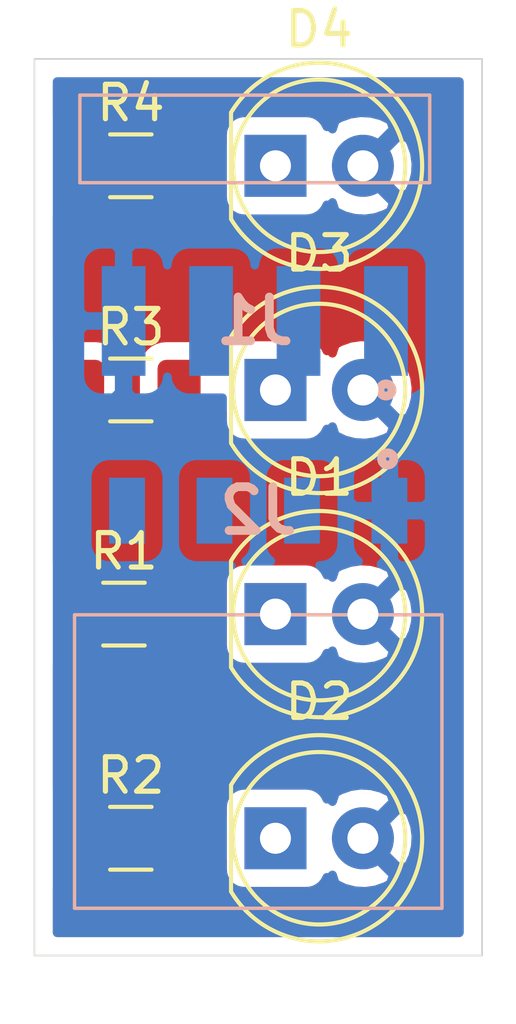
<source format=kicad_pcb>
(kicad_pcb (version 20171130) (host pcbnew "(5.1.6)-1")

  (general
    (thickness 1.6)
    (drawings 4)
    (tracks 0)
    (zones 0)
    (modules 10)
    (nets 7)
  )

  (page A4)
  (layers
    (0 F.Cu signal)
    (31 B.Cu signal)
    (32 B.Adhes user)
    (33 F.Adhes user)
    (34 B.Paste user)
    (35 F.Paste user)
    (36 B.SilkS user)
    (37 F.SilkS user)
    (38 B.Mask user)
    (39 F.Mask user)
    (40 Dwgs.User user)
    (41 Cmts.User user)
    (42 Eco1.User user)
    (43 Eco2.User user)
    (44 Edge.Cuts user)
    (45 Margin user)
    (46 B.CrtYd user)
    (47 F.CrtYd user)
    (48 B.Fab user)
    (49 F.Fab user)
  )

  (setup
    (last_trace_width 0.25)
    (trace_clearance 0.2)
    (zone_clearance 0.508)
    (zone_45_only no)
    (trace_min 0.2)
    (via_size 0.8)
    (via_drill 0.4)
    (via_min_size 0.4)
    (via_min_drill 0.3)
    (uvia_size 0.3)
    (uvia_drill 0.1)
    (uvias_allowed no)
    (uvia_min_size 0.2)
    (uvia_min_drill 0.1)
    (edge_width 0.05)
    (segment_width 0.2)
    (pcb_text_width 0.3)
    (pcb_text_size 1.5 1.5)
    (mod_edge_width 0.12)
    (mod_text_size 1 1)
    (mod_text_width 0.15)
    (pad_size 1.524 1.524)
    (pad_drill 0.762)
    (pad_to_mask_clearance 0.05)
    (aux_axis_origin 0 0)
    (visible_elements 7FFFFFFF)
    (pcbplotparams
      (layerselection 0x010fc_ffffffff)
      (usegerberextensions false)
      (usegerberattributes true)
      (usegerberadvancedattributes true)
      (creategerberjobfile true)
      (excludeedgelayer true)
      (linewidth 0.100000)
      (plotframeref false)
      (viasonmask false)
      (mode 1)
      (useauxorigin false)
      (hpglpennumber 1)
      (hpglpenspeed 20)
      (hpglpendiameter 15.000000)
      (psnegative false)
      (psa4output false)
      (plotreference true)
      (plotvalue true)
      (plotinvisibletext false)
      (padsonsilk false)
      (subtractmaskfromsilk false)
      (outputformat 1)
      (mirror false)
      (drillshape 1)
      (scaleselection 1)
      (outputdirectory ""))
  )

  (net 0 "")
  (net 1 GND)
  (net 2 +5V)
  (net 3 "Net-(D1-Pad1)")
  (net 4 "Net-(D2-Pad1)")
  (net 5 "Net-(D3-Pad1)")
  (net 6 "Net-(D4-Pad1)")

  (net_class Default "This is the default net class."
    (clearance 0.2)
    (trace_width 0.25)
    (via_dia 0.8)
    (via_drill 0.4)
    (uvia_dia 0.3)
    (uvia_drill 0.1)
    (add_net +5V)
    (add_net GND)
    (add_net "Net-(D1-Pad1)")
    (add_net "Net-(D2-Pad1)")
    (add_net "Net-(D3-Pad1)")
    (add_net "Net-(D4-Pad1)")
    (add_net "Net-(J1-Pad2)")
    (add_net "Net-(J1-Pad3)")
    (add_net "Net-(J2-Pad2)")
    (add_net "Net-(J2-Pad3)")
  )

  (module Resistor_SMD:R_1206_3216Metric (layer F.Cu) (tedit 5B301BBD) (tstamp 5FE97693)
    (at 142.8 -40.9)
    (descr "Resistor SMD 1206 (3216 Metric), square (rectangular) end terminal, IPC_7351 nominal, (Body size source: http://www.tortai-tech.com/upload/download/2011102023233369053.pdf), generated with kicad-footprint-generator")
    (tags resistor)
    (path /5FE9421C)
    (attr smd)
    (fp_text reference R4 (at 0 -1.82) (layer F.SilkS)
      (effects (font (size 1 1) (thickness 0.15)))
    )
    (fp_text value 100 (at 0 1.82) (layer F.Fab)
      (effects (font (size 1 1) (thickness 0.15)))
    )
    (fp_text user %R (at 0 0) (layer F.Fab)
      (effects (font (size 0.8 0.8) (thickness 0.12)))
    )
    (fp_line (start -1.6 0.8) (end -1.6 -0.8) (layer F.Fab) (width 0.1))
    (fp_line (start -1.6 -0.8) (end 1.6 -0.8) (layer F.Fab) (width 0.1))
    (fp_line (start 1.6 -0.8) (end 1.6 0.8) (layer F.Fab) (width 0.1))
    (fp_line (start 1.6 0.8) (end -1.6 0.8) (layer F.Fab) (width 0.1))
    (fp_line (start -0.602064 -0.91) (end 0.602064 -0.91) (layer F.SilkS) (width 0.12))
    (fp_line (start -0.602064 0.91) (end 0.602064 0.91) (layer F.SilkS) (width 0.12))
    (fp_line (start -2.28 1.12) (end -2.28 -1.12) (layer F.CrtYd) (width 0.05))
    (fp_line (start -2.28 -1.12) (end 2.28 -1.12) (layer F.CrtYd) (width 0.05))
    (fp_line (start 2.28 -1.12) (end 2.28 1.12) (layer F.CrtYd) (width 0.05))
    (fp_line (start 2.28 1.12) (end -2.28 1.12) (layer F.CrtYd) (width 0.05))
    (pad 2 smd roundrect (at 1.4 0) (size 1.25 1.75) (layers F.Cu F.Paste F.Mask) (roundrect_rratio 0.2)
      (net 6 "Net-(D4-Pad1)"))
    (pad 1 smd roundrect (at -1.4 0) (size 1.25 1.75) (layers F.Cu F.Paste F.Mask) (roundrect_rratio 0.2)
      (net 2 +5V))
    (model ${KISYS3DMOD}/Resistor_SMD.3dshapes/R_1206_3216Metric.wrl
      (at (xyz 0 0 0))
      (scale (xyz 1 1 1))
      (rotate (xyz 0 0 0))
    )
  )

  (module Resistor_SMD:R_1206_3216Metric (layer F.Cu) (tedit 5B301BBD) (tstamp 5FE9744C)
    (at 142.8 -34.4)
    (descr "Resistor SMD 1206 (3216 Metric), square (rectangular) end terminal, IPC_7351 nominal, (Body size source: http://www.tortai-tech.com/upload/download/2011102023233369053.pdf), generated with kicad-footprint-generator")
    (tags resistor)
    (path /5FE94115)
    (attr smd)
    (fp_text reference R3 (at 0 -1.82) (layer F.SilkS)
      (effects (font (size 1 1) (thickness 0.15)))
    )
    (fp_text value 100 (at 0 1.82) (layer F.Fab)
      (effects (font (size 1 1) (thickness 0.15)))
    )
    (fp_text user %R (at 0 0) (layer F.Fab)
      (effects (font (size 0.8 0.8) (thickness 0.12)))
    )
    (fp_line (start -1.6 0.8) (end -1.6 -0.8) (layer F.Fab) (width 0.1))
    (fp_line (start -1.6 -0.8) (end 1.6 -0.8) (layer F.Fab) (width 0.1))
    (fp_line (start 1.6 -0.8) (end 1.6 0.8) (layer F.Fab) (width 0.1))
    (fp_line (start 1.6 0.8) (end -1.6 0.8) (layer F.Fab) (width 0.1))
    (fp_line (start -0.602064 -0.91) (end 0.602064 -0.91) (layer F.SilkS) (width 0.12))
    (fp_line (start -0.602064 0.91) (end 0.602064 0.91) (layer F.SilkS) (width 0.12))
    (fp_line (start -2.28 1.12) (end -2.28 -1.12) (layer F.CrtYd) (width 0.05))
    (fp_line (start -2.28 -1.12) (end 2.28 -1.12) (layer F.CrtYd) (width 0.05))
    (fp_line (start 2.28 -1.12) (end 2.28 1.12) (layer F.CrtYd) (width 0.05))
    (fp_line (start 2.28 1.12) (end -2.28 1.12) (layer F.CrtYd) (width 0.05))
    (pad 2 smd roundrect (at 1.4 0) (size 1.25 1.75) (layers F.Cu F.Paste F.Mask) (roundrect_rratio 0.2)
      (net 5 "Net-(D3-Pad1)"))
    (pad 1 smd roundrect (at -1.4 0) (size 1.25 1.75) (layers F.Cu F.Paste F.Mask) (roundrect_rratio 0.2)
      (net 2 +5V))
    (model ${KISYS3DMOD}/Resistor_SMD.3dshapes/R_1206_3216Metric.wrl
      (at (xyz 0 0 0))
      (scale (xyz 1 1 1))
      (rotate (xyz 0 0 0))
    )
  )

  (module Resistor_SMD:R_1206_3216Metric (layer F.Cu) (tedit 5B301BBD) (tstamp 5FE973C8)
    (at 142.8 -21.4)
    (descr "Resistor SMD 1206 (3216 Metric), square (rectangular) end terminal, IPC_7351 nominal, (Body size source: http://www.tortai-tech.com/upload/download/2011102023233369053.pdf), generated with kicad-footprint-generator")
    (tags resistor)
    (path /5FE93F48)
    (attr smd)
    (fp_text reference R2 (at 0 -1.82) (layer F.SilkS)
      (effects (font (size 1 1) (thickness 0.15)))
    )
    (fp_text value 100 (at 0 1.82) (layer F.Fab)
      (effects (font (size 1 1) (thickness 0.15)))
    )
    (fp_text user %R (at 0 0) (layer F.Fab)
      (effects (font (size 0.8 0.8) (thickness 0.12)))
    )
    (fp_line (start -1.6 0.8) (end -1.6 -0.8) (layer F.Fab) (width 0.1))
    (fp_line (start -1.6 -0.8) (end 1.6 -0.8) (layer F.Fab) (width 0.1))
    (fp_line (start 1.6 -0.8) (end 1.6 0.8) (layer F.Fab) (width 0.1))
    (fp_line (start 1.6 0.8) (end -1.6 0.8) (layer F.Fab) (width 0.1))
    (fp_line (start -0.602064 -0.91) (end 0.602064 -0.91) (layer F.SilkS) (width 0.12))
    (fp_line (start -0.602064 0.91) (end 0.602064 0.91) (layer F.SilkS) (width 0.12))
    (fp_line (start -2.28 1.12) (end -2.28 -1.12) (layer F.CrtYd) (width 0.05))
    (fp_line (start -2.28 -1.12) (end 2.28 -1.12) (layer F.CrtYd) (width 0.05))
    (fp_line (start 2.28 -1.12) (end 2.28 1.12) (layer F.CrtYd) (width 0.05))
    (fp_line (start 2.28 1.12) (end -2.28 1.12) (layer F.CrtYd) (width 0.05))
    (pad 2 smd roundrect (at 1.4 0) (size 1.25 1.75) (layers F.Cu F.Paste F.Mask) (roundrect_rratio 0.2)
      (net 4 "Net-(D2-Pad1)"))
    (pad 1 smd roundrect (at -1.4 0) (size 1.25 1.75) (layers F.Cu F.Paste F.Mask) (roundrect_rratio 0.2)
      (net 2 +5V))
    (model ${KISYS3DMOD}/Resistor_SMD.3dshapes/R_1206_3216Metric.wrl
      (at (xyz 0 0 0))
      (scale (xyz 1 1 1))
      (rotate (xyz 0 0 0))
    )
  )

  (module Resistor_SMD:R_1206_3216Metric (layer F.Cu) (tedit 5B301BBD) (tstamp 5FE9755B)
    (at 142.6 -27.9)
    (descr "Resistor SMD 1206 (3216 Metric), square (rectangular) end terminal, IPC_7351 nominal, (Body size source: http://www.tortai-tech.com/upload/download/2011102023233369053.pdf), generated with kicad-footprint-generator")
    (tags resistor)
    (path /5FE93937)
    (attr smd)
    (fp_text reference R1 (at 0 -1.82) (layer F.SilkS)
      (effects (font (size 1 1) (thickness 0.15)))
    )
    (fp_text value 100 (at 0 1.82) (layer F.Fab)
      (effects (font (size 1 1) (thickness 0.15)))
    )
    (fp_text user %R (at 0 0) (layer F.Fab)
      (effects (font (size 0.8 0.8) (thickness 0.12)))
    )
    (fp_line (start -1.6 0.8) (end -1.6 -0.8) (layer F.Fab) (width 0.1))
    (fp_line (start -1.6 -0.8) (end 1.6 -0.8) (layer F.Fab) (width 0.1))
    (fp_line (start 1.6 -0.8) (end 1.6 0.8) (layer F.Fab) (width 0.1))
    (fp_line (start 1.6 0.8) (end -1.6 0.8) (layer F.Fab) (width 0.1))
    (fp_line (start -0.602064 -0.91) (end 0.602064 -0.91) (layer F.SilkS) (width 0.12))
    (fp_line (start -0.602064 0.91) (end 0.602064 0.91) (layer F.SilkS) (width 0.12))
    (fp_line (start -2.28 1.12) (end -2.28 -1.12) (layer F.CrtYd) (width 0.05))
    (fp_line (start -2.28 -1.12) (end 2.28 -1.12) (layer F.CrtYd) (width 0.05))
    (fp_line (start 2.28 -1.12) (end 2.28 1.12) (layer F.CrtYd) (width 0.05))
    (fp_line (start 2.28 1.12) (end -2.28 1.12) (layer F.CrtYd) (width 0.05))
    (pad 2 smd roundrect (at 1.4 0) (size 1.25 1.75) (layers F.Cu F.Paste F.Mask) (roundrect_rratio 0.2)
      (net 3 "Net-(D1-Pad1)"))
    (pad 1 smd roundrect (at -1.4 0) (size 1.25 1.75) (layers F.Cu F.Paste F.Mask) (roundrect_rratio 0.2)
      (net 2 +5V))
    (model ${KISYS3DMOD}/Resistor_SMD.3dshapes/R_1206_3216Metric.wrl
      (at (xyz 0 0 0))
      (scale (xyz 1 1 1))
      (rotate (xyz 0 0 0))
    )
  )

  (module SamacSys_Parts:SMH-104-02-XX-S (layer B.Cu) (tedit 5FE8F3CE) (tstamp 5FE96D5D)
    (at 146.5 -30.9 180)
    (descr SMH-104-02-XX-S)
    (tags Connector)
    (path /5FE92F60)
    (attr smd)
    (fp_text reference J2 (at 0 0) (layer B.SilkS)
      (effects (font (size 1.27 1.27) (thickness 0.254)) (justify mirror))
    )
    (fp_text value SMH-104-02-G-S (at 0 0) (layer B.SilkS) hide
      (effects (font (size 1.27 1.27) (thickness 0.254)) (justify mirror))
    )
    (fp_circle (center -3.76 1.5) (end -3.81 1.5) (layer B.SilkS) (width 0.254))
    (fp_line (start -6.535 -12.73) (end -6.535 2.6) (layer Dwgs.User) (width 0.05))
    (fp_line (start 6.535 -12.73) (end -6.535 -12.73) (layer Dwgs.User) (width 0.05))
    (fp_line (start 6.535 2.6) (end 6.535 -12.73) (layer Dwgs.User) (width 0.05))
    (fp_line (start -6.535 2.6) (end 6.535 2.6) (layer Dwgs.User) (width 0.05))
    (fp_line (start -5.335 -11.53) (end -5.335 -3.02) (layer B.SilkS) (width 0.1))
    (fp_line (start 5.335 -11.53) (end -5.335 -11.53) (layer B.SilkS) (width 0.1))
    (fp_line (start 5.335 -3.02) (end 5.335 -11.53) (layer B.SilkS) (width 0.1))
    (fp_line (start -5.335 -3.02) (end 5.335 -3.02) (layer B.SilkS) (width 0.1))
    (fp_line (start -5.335 -11.53) (end -5.335 -3.02) (layer Dwgs.User) (width 0.2))
    (fp_line (start 5.335 -11.53) (end -5.335 -11.53) (layer Dwgs.User) (width 0.2))
    (fp_line (start 5.335 -3.02) (end 5.335 -11.53) (layer Dwgs.User) (width 0.2))
    (fp_line (start -5.335 -3.02) (end 5.335 -3.02) (layer Dwgs.User) (width 0.2))
    (pad 4 smd rect (at 3.81 0 180) (size 1.04 1.91) (layers B.Cu B.Paste B.Mask)
      (net 2 +5V))
    (pad 3 smd rect (at 1.27 0 180) (size 1.04 1.91) (layers B.Cu B.Paste B.Mask))
    (pad 2 smd rect (at -1.27 0 180) (size 1.04 1.91) (layers B.Cu B.Paste B.Mask))
    (pad 1 smd rect (at -3.81 0 180) (size 1.04 1.91) (layers B.Cu B.Paste B.Mask)
      (net 1 GND))
  )

  (module SamacSys_Parts:TSM-104-YY-ZZZ-SH (layer B.Cu) (tedit 5FE8F438) (tstamp 5FE97721)
    (at 146.4 -36.4 180)
    (descr TSM-104-YY-ZZZ-SH)
    (tags Connector)
    (path /5FE915B9)
    (attr smd)
    (fp_text reference J1 (at 0 0) (layer B.SilkS)
      (effects (font (size 1.27 1.27) (thickness 0.254)) (justify mirror))
    )
    (fp_text value TSM-104-01-T-SH (at 0 0) (layer B.SilkS) hide
      (effects (font (size 1.27 1.27) (thickness 0.254)) (justify mirror))
    )
    (fp_circle (center -3.81 -2) (end -3.86 -2) (layer B.SilkS) (width 0.254))
    (fp_line (start -6.28 -3.1) (end -6.28 7.75) (layer Dwgs.User) (width 0.05))
    (fp_line (start 6.28 -3.1) (end -6.28 -3.1) (layer Dwgs.User) (width 0.05))
    (fp_line (start 6.28 7.75) (end 6.28 -3.1) (layer Dwgs.User) (width 0.05))
    (fp_line (start -6.28 7.75) (end 6.28 7.75) (layer Dwgs.User) (width 0.05))
    (fp_line (start -5.08 4.01) (end -5.08 6.55) (layer B.SilkS) (width 0.1))
    (fp_line (start 5.08 4.01) (end -5.08 4.01) (layer B.SilkS) (width 0.1))
    (fp_line (start 5.08 6.55) (end 5.08 4.01) (layer B.SilkS) (width 0.1))
    (fp_line (start -5.08 6.55) (end 5.08 6.55) (layer B.SilkS) (width 0.1))
    (fp_line (start -5.08 4.01) (end -5.08 6.55) (layer Dwgs.User) (width 0.2))
    (fp_line (start 5.08 4.01) (end -5.08 4.01) (layer Dwgs.User) (width 0.2))
    (fp_line (start 5.08 6.55) (end 5.08 4.01) (layer Dwgs.User) (width 0.2))
    (fp_line (start -5.08 6.55) (end 5.08 6.55) (layer Dwgs.User) (width 0.2))
    (pad 4 smd rect (at 3.81 0 180) (size 1.27 3.18) (layers B.Cu B.Paste B.Mask)
      (net 1 GND))
    (pad 3 smd rect (at 1.27 0 180) (size 1.27 3.18) (layers B.Cu B.Paste B.Mask))
    (pad 2 smd rect (at -1.27 0 180) (size 1.27 3.18) (layers B.Cu B.Paste B.Mask))
    (pad 1 smd rect (at -3.81 0 180) (size 1.27 3.18) (layers B.Cu B.Paste B.Mask)
      (net 2 +5V))
  )

  (module LED_THT:LED_D5.0mm_Clear (layer F.Cu) (tedit 5A6C9BC0) (tstamp 5FE97022)
    (at 147 -40.9)
    (descr "LED, diameter 5.0mm, 2 pins, http://cdn-reichelt.de/documents/datenblatt/A500/LL-504BC2E-009.pdf")
    (tags "LED diameter 5.0mm 2 pins")
    (path /5FE90C5E)
    (fp_text reference D4 (at 1.27 -3.96) (layer F.SilkS)
      (effects (font (size 1 1) (thickness 0.15)))
    )
    (fp_text value LED (at 1.27 3.96) (layer F.Fab)
      (effects (font (size 1 1) (thickness 0.15)))
    )
    (fp_arc (start 1.27 0) (end -1.29 1.54483) (angle -148.9) (layer F.SilkS) (width 0.12))
    (fp_arc (start 1.27 0) (end -1.29 -1.54483) (angle 148.9) (layer F.SilkS) (width 0.12))
    (fp_arc (start 1.27 0) (end -1.23 -1.469694) (angle 299.1) (layer F.Fab) (width 0.1))
    (fp_text user %R (at 1.25 0) (layer F.Fab)
      (effects (font (size 0.8 0.8) (thickness 0.2)))
    )
    (fp_line (start -1.23 -1.469694) (end -1.23 1.469694) (layer F.Fab) (width 0.1))
    (fp_line (start -1.29 -1.545) (end -1.29 1.545) (layer F.SilkS) (width 0.12))
    (fp_line (start -1.95 -3.25) (end -1.95 3.25) (layer F.CrtYd) (width 0.05))
    (fp_line (start -1.95 3.25) (end 4.5 3.25) (layer F.CrtYd) (width 0.05))
    (fp_line (start 4.5 3.25) (end 4.5 -3.25) (layer F.CrtYd) (width 0.05))
    (fp_line (start 4.5 -3.25) (end -1.95 -3.25) (layer F.CrtYd) (width 0.05))
    (fp_circle (center 1.27 0) (end 3.77 0) (layer F.Fab) (width 0.1))
    (fp_circle (center 1.27 0) (end 3.77 0) (layer F.SilkS) (width 0.12))
    (pad 2 thru_hole circle (at 2.54 0) (size 1.8 1.8) (drill 0.9) (layers *.Cu *.Mask)
      (net 1 GND))
    (pad 1 thru_hole rect (at 0 0) (size 1.8 1.8) (drill 0.9) (layers *.Cu *.Mask)
      (net 6 "Net-(D4-Pad1)"))
    (model ${KISYS3DMOD}/LED_THT.3dshapes/LED_D5.0mm_Clear.wrl
      (at (xyz 0 0 0))
      (scale (xyz 1 1 1))
      (rotate (xyz 0 0 0))
    )
  )

  (module LED_THT:LED_D5.0mm_Clear (layer F.Cu) (tedit 5A6C9BC0) (tstamp 5FE97010)
    (at 147 -34.4)
    (descr "LED, diameter 5.0mm, 2 pins, http://cdn-reichelt.de/documents/datenblatt/A500/LL-504BC2E-009.pdf")
    (tags "LED diameter 5.0mm 2 pins")
    (path /5FE9528B)
    (fp_text reference D3 (at 1.27 -3.96) (layer F.SilkS)
      (effects (font (size 1 1) (thickness 0.15)))
    )
    (fp_text value LED (at 1.27 3.96) (layer F.Fab)
      (effects (font (size 1 1) (thickness 0.15)))
    )
    (fp_arc (start 1.27 0) (end -1.29 1.54483) (angle -148.9) (layer F.SilkS) (width 0.12))
    (fp_arc (start 1.27 0) (end -1.29 -1.54483) (angle 148.9) (layer F.SilkS) (width 0.12))
    (fp_arc (start 1.27 0) (end -1.23 -1.469694) (angle 299.1) (layer F.Fab) (width 0.1))
    (fp_text user %R (at 1.25 0) (layer F.Fab)
      (effects (font (size 0.8 0.8) (thickness 0.2)))
    )
    (fp_line (start -1.23 -1.469694) (end -1.23 1.469694) (layer F.Fab) (width 0.1))
    (fp_line (start -1.29 -1.545) (end -1.29 1.545) (layer F.SilkS) (width 0.12))
    (fp_line (start -1.95 -3.25) (end -1.95 3.25) (layer F.CrtYd) (width 0.05))
    (fp_line (start -1.95 3.25) (end 4.5 3.25) (layer F.CrtYd) (width 0.05))
    (fp_line (start 4.5 3.25) (end 4.5 -3.25) (layer F.CrtYd) (width 0.05))
    (fp_line (start 4.5 -3.25) (end -1.95 -3.25) (layer F.CrtYd) (width 0.05))
    (fp_circle (center 1.27 0) (end 3.77 0) (layer F.Fab) (width 0.1))
    (fp_circle (center 1.27 0) (end 3.77 0) (layer F.SilkS) (width 0.12))
    (pad 2 thru_hole circle (at 2.54 0) (size 1.8 1.8) (drill 0.9) (layers *.Cu *.Mask)
      (net 1 GND))
    (pad 1 thru_hole rect (at 0 0) (size 1.8 1.8) (drill 0.9) (layers *.Cu *.Mask)
      (net 5 "Net-(D3-Pad1)"))
    (model ${KISYS3DMOD}/LED_THT.3dshapes/LED_D5.0mm_Clear.wrl
      (at (xyz 0 0 0))
      (scale (xyz 1 1 1))
      (rotate (xyz 0 0 0))
    )
  )

  (module LED_THT:LED_D5.0mm_Clear (layer F.Cu) (tedit 5A6C9BC0) (tstamp 5FE96FFE)
    (at 147 -21.4)
    (descr "LED, diameter 5.0mm, 2 pins, http://cdn-reichelt.de/documents/datenblatt/A500/LL-504BC2E-009.pdf")
    (tags "LED diameter 5.0mm 2 pins")
    (path /5FE94F68)
    (fp_text reference D2 (at 1.27 -3.96) (layer F.SilkS)
      (effects (font (size 1 1) (thickness 0.15)))
    )
    (fp_text value LED (at 1.27 3.96) (layer F.Fab)
      (effects (font (size 1 1) (thickness 0.15)))
    )
    (fp_arc (start 1.27 0) (end -1.29 1.54483) (angle -148.9) (layer F.SilkS) (width 0.12))
    (fp_arc (start 1.27 0) (end -1.29 -1.54483) (angle 148.9) (layer F.SilkS) (width 0.12))
    (fp_arc (start 1.27 0) (end -1.23 -1.469694) (angle 299.1) (layer F.Fab) (width 0.1))
    (fp_text user %R (at 1.25 0) (layer F.Fab)
      (effects (font (size 0.8 0.8) (thickness 0.2)))
    )
    (fp_line (start -1.23 -1.469694) (end -1.23 1.469694) (layer F.Fab) (width 0.1))
    (fp_line (start -1.29 -1.545) (end -1.29 1.545) (layer F.SilkS) (width 0.12))
    (fp_line (start -1.95 -3.25) (end -1.95 3.25) (layer F.CrtYd) (width 0.05))
    (fp_line (start -1.95 3.25) (end 4.5 3.25) (layer F.CrtYd) (width 0.05))
    (fp_line (start 4.5 3.25) (end 4.5 -3.25) (layer F.CrtYd) (width 0.05))
    (fp_line (start 4.5 -3.25) (end -1.95 -3.25) (layer F.CrtYd) (width 0.05))
    (fp_circle (center 1.27 0) (end 3.77 0) (layer F.Fab) (width 0.1))
    (fp_circle (center 1.27 0) (end 3.77 0) (layer F.SilkS) (width 0.12))
    (pad 2 thru_hole circle (at 2.54 0) (size 1.8 1.8) (drill 0.9) (layers *.Cu *.Mask)
      (net 1 GND))
    (pad 1 thru_hole rect (at 0 0) (size 1.8 1.8) (drill 0.9) (layers *.Cu *.Mask)
      (net 4 "Net-(D2-Pad1)"))
    (model ${KISYS3DMOD}/LED_THT.3dshapes/LED_D5.0mm_Clear.wrl
      (at (xyz 0 0 0))
      (scale (xyz 1 1 1))
      (rotate (xyz 0 0 0))
    )
  )

  (module LED_THT:LED_D5.0mm_Clear (layer F.Cu) (tedit 5A6C9BC0) (tstamp 5FE96FEC)
    (at 147 -27.9)
    (descr "LED, diameter 5.0mm, 2 pins, http://cdn-reichelt.de/documents/datenblatt/A500/LL-504BC2E-009.pdf")
    (tags "LED diameter 5.0mm 2 pins")
    (path /5FE94AC8)
    (fp_text reference D1 (at 1.27 -3.96) (layer F.SilkS)
      (effects (font (size 1 1) (thickness 0.15)))
    )
    (fp_text value LED (at 1.27 3.96) (layer F.Fab)
      (effects (font (size 1 1) (thickness 0.15)))
    )
    (fp_arc (start 1.27 0) (end -1.29 1.54483) (angle -148.9) (layer F.SilkS) (width 0.12))
    (fp_arc (start 1.27 0) (end -1.29 -1.54483) (angle 148.9) (layer F.SilkS) (width 0.12))
    (fp_arc (start 1.27 0) (end -1.23 -1.469694) (angle 299.1) (layer F.Fab) (width 0.1))
    (fp_text user %R (at 1.25 0) (layer F.Fab)
      (effects (font (size 0.8 0.8) (thickness 0.2)))
    )
    (fp_line (start -1.23 -1.469694) (end -1.23 1.469694) (layer F.Fab) (width 0.1))
    (fp_line (start -1.29 -1.545) (end -1.29 1.545) (layer F.SilkS) (width 0.12))
    (fp_line (start -1.95 -3.25) (end -1.95 3.25) (layer F.CrtYd) (width 0.05))
    (fp_line (start -1.95 3.25) (end 4.5 3.25) (layer F.CrtYd) (width 0.05))
    (fp_line (start 4.5 3.25) (end 4.5 -3.25) (layer F.CrtYd) (width 0.05))
    (fp_line (start 4.5 -3.25) (end -1.95 -3.25) (layer F.CrtYd) (width 0.05))
    (fp_circle (center 1.27 0) (end 3.77 0) (layer F.Fab) (width 0.1))
    (fp_circle (center 1.27 0) (end 3.77 0) (layer F.SilkS) (width 0.12))
    (pad 2 thru_hole circle (at 2.54 0) (size 1.8 1.8) (drill 0.9) (layers *.Cu *.Mask)
      (net 1 GND))
    (pad 1 thru_hole rect (at 0 0) (size 1.8 1.8) (drill 0.9) (layers *.Cu *.Mask)
      (net 3 "Net-(D1-Pad1)"))
    (model ${KISYS3DMOD}/LED_THT.3dshapes/LED_D5.0mm_Clear.wrl
      (at (xyz 0 0 0))
      (scale (xyz 1 1 1))
      (rotate (xyz 0 0 0))
    )
  )

  (gr_line (start 153 -44) (end 140 -44) (layer Edge.Cuts) (width 0.05) (tstamp 5FE97891))
  (gr_line (start 153 -18) (end 153 -44) (layer Edge.Cuts) (width 0.05))
  (gr_line (start 140 -18) (end 153 -18) (layer Edge.Cuts) (width 0.05))
  (gr_line (start 140 -44) (end 140 -18) (layer Edge.Cuts) (width 0.05))

  (zone (net 1) (net_name GND) (layer F.Cu) (tstamp 0) (hatch edge 0.508)
    (connect_pads (clearance 0.508))
    (min_thickness 0.254)
    (fill yes (arc_segments 32) (thermal_gap 0.508) (thermal_bridge_width 0.508))
    (polygon
      (pts
        (xy 154 -16) (xy 139 -16) (xy 139 -45) (xy 154 -45)
      )
    )
    (filled_polygon
      (pts
        (xy 152.34 -18.66) (xy 140.66 -18.66) (xy 140.66 -19.967971) (xy 140.68515 -19.954528) (xy 140.851746 -19.903992)
        (xy 141.025 -19.886928) (xy 141.775 -19.886928) (xy 141.948254 -19.903992) (xy 142.11485 -19.954528) (xy 142.268386 -20.036595)
        (xy 142.402962 -20.147038) (xy 142.513405 -20.281614) (xy 142.595472 -20.43515) (xy 142.646008 -20.601746) (xy 142.663072 -20.775)
        (xy 142.663072 -22.025) (xy 142.936928 -22.025) (xy 142.936928 -20.775) (xy 142.953992 -20.601746) (xy 143.004528 -20.43515)
        (xy 143.086595 -20.281614) (xy 143.197038 -20.147038) (xy 143.331614 -20.036595) (xy 143.48515 -19.954528) (xy 143.651746 -19.903992)
        (xy 143.825 -19.886928) (xy 144.575 -19.886928) (xy 144.748254 -19.903992) (xy 144.91485 -19.954528) (xy 145.068386 -20.036595)
        (xy 145.202962 -20.147038) (xy 145.313405 -20.281614) (xy 145.395472 -20.43515) (xy 145.446008 -20.601746) (xy 145.461928 -20.763385)
        (xy 145.461928 -20.5) (xy 145.474188 -20.375518) (xy 145.510498 -20.25582) (xy 145.569463 -20.145506) (xy 145.648815 -20.048815)
        (xy 145.745506 -19.969463) (xy 145.85582 -19.910498) (xy 145.975518 -19.874188) (xy 146.1 -19.861928) (xy 147.9 -19.861928)
        (xy 148.024482 -19.874188) (xy 148.14418 -19.910498) (xy 148.254494 -19.969463) (xy 148.351185 -20.048815) (xy 148.430537 -20.145506)
        (xy 148.489502 -20.25582) (xy 148.492813 -20.266735) (xy 148.539578 -20.21997) (xy 148.655526 -20.335918) (xy 148.739208 -20.081739)
        (xy 149.011775 -19.950842) (xy 149.304642 -19.875635) (xy 149.606553 -19.859009) (xy 149.905907 -19.901603) (xy 150.191199 -20.001778)
        (xy 150.340792 -20.081739) (xy 150.424475 -20.33592) (xy 149.54 -21.220395) (xy 149.525858 -21.206253) (xy 149.346253 -21.385858)
        (xy 149.360395 -21.4) (xy 149.719605 -21.4) (xy 150.60408 -20.515525) (xy 150.858261 -20.599208) (xy 150.989158 -20.871775)
        (xy 151.064365 -21.164642) (xy 151.080991 -21.466553) (xy 151.038397 -21.765907) (xy 150.938222 -22.051199) (xy 150.858261 -22.200792)
        (xy 150.60408 -22.284475) (xy 149.719605 -21.4) (xy 149.360395 -21.4) (xy 149.346253 -21.414143) (xy 149.525858 -21.593748)
        (xy 149.54 -21.579605) (xy 150.424475 -22.46408) (xy 150.340792 -22.718261) (xy 150.068225 -22.849158) (xy 149.775358 -22.924365)
        (xy 149.473447 -22.940991) (xy 149.174093 -22.898397) (xy 148.888801 -22.798222) (xy 148.739208 -22.718261) (xy 148.655526 -22.464082)
        (xy 148.539578 -22.58003) (xy 148.492813 -22.533265) (xy 148.489502 -22.54418) (xy 148.430537 -22.654494) (xy 148.351185 -22.751185)
        (xy 148.254494 -22.830537) (xy 148.14418 -22.889502) (xy 148.024482 -22.925812) (xy 147.9 -22.938072) (xy 146.1 -22.938072)
        (xy 145.975518 -22.925812) (xy 145.85582 -22.889502) (xy 145.745506 -22.830537) (xy 145.648815 -22.751185) (xy 145.569463 -22.654494)
        (xy 145.510498 -22.54418) (xy 145.474188 -22.424482) (xy 145.461928 -22.3) (xy 145.461928 -22.036615) (xy 145.446008 -22.198254)
        (xy 145.395472 -22.36485) (xy 145.313405 -22.518386) (xy 145.202962 -22.652962) (xy 145.068386 -22.763405) (xy 144.91485 -22.845472)
        (xy 144.748254 -22.896008) (xy 144.575 -22.913072) (xy 143.825 -22.913072) (xy 143.651746 -22.896008) (xy 143.48515 -22.845472)
        (xy 143.331614 -22.763405) (xy 143.197038 -22.652962) (xy 143.086595 -22.518386) (xy 143.004528 -22.36485) (xy 142.953992 -22.198254)
        (xy 142.936928 -22.025) (xy 142.663072 -22.025) (xy 142.646008 -22.198254) (xy 142.595472 -22.36485) (xy 142.513405 -22.518386)
        (xy 142.402962 -22.652962) (xy 142.268386 -22.763405) (xy 142.11485 -22.845472) (xy 141.948254 -22.896008) (xy 141.775 -22.913072)
        (xy 141.025 -22.913072) (xy 140.851746 -22.896008) (xy 140.68515 -22.845472) (xy 140.66 -22.832029) (xy 140.66 -26.403179)
        (xy 140.825 -26.386928) (xy 141.575 -26.386928) (xy 141.748254 -26.403992) (xy 141.91485 -26.454528) (xy 142.068386 -26.536595)
        (xy 142.202962 -26.647038) (xy 142.313405 -26.781614) (xy 142.395472 -26.93515) (xy 142.446008 -27.101746) (xy 142.463072 -27.275)
        (xy 142.463072 -28.525) (xy 142.736928 -28.525) (xy 142.736928 -27.275) (xy 142.753992 -27.101746) (xy 142.804528 -26.93515)
        (xy 142.886595 -26.781614) (xy 142.997038 -26.647038) (xy 143.131614 -26.536595) (xy 143.28515 -26.454528) (xy 143.451746 -26.403992)
        (xy 143.625 -26.386928) (xy 144.375 -26.386928) (xy 144.548254 -26.403992) (xy 144.71485 -26.454528) (xy 144.868386 -26.536595)
        (xy 145.002962 -26.647038) (xy 145.113405 -26.781614) (xy 145.195472 -26.93515) (xy 145.246008 -27.101746) (xy 145.263072 -27.275)
        (xy 145.263072 -28.525) (xy 145.246008 -28.698254) (xy 145.215144 -28.8) (xy 145.461928 -28.8) (xy 145.461928 -27)
        (xy 145.474188 -26.875518) (xy 145.510498 -26.75582) (xy 145.569463 -26.645506) (xy 145.648815 -26.548815) (xy 145.745506 -26.469463)
        (xy 145.85582 -26.410498) (xy 145.975518 -26.374188) (xy 146.1 -26.361928) (xy 147.9 -26.361928) (xy 148.024482 -26.374188)
        (xy 148.14418 -26.410498) (xy 148.254494 -26.469463) (xy 148.351185 -26.548815) (xy 148.430537 -26.645506) (xy 148.489502 -26.75582)
        (xy 148.492813 -26.766735) (xy 148.539578 -26.71997) (xy 148.655526 -26.835918) (xy 148.739208 -26.581739) (xy 149.011775 -26.450842)
        (xy 149.304642 -26.375635) (xy 149.606553 -26.359009) (xy 149.905907 -26.401603) (xy 150.191199 -26.501778) (xy 150.340792 -26.581739)
        (xy 150.424475 -26.83592) (xy 149.54 -27.720395) (xy 149.525858 -27.706253) (xy 149.346253 -27.885858) (xy 149.360395 -27.9)
        (xy 149.719605 -27.9) (xy 150.60408 -27.015525) (xy 150.858261 -27.099208) (xy 150.989158 -27.371775) (xy 151.064365 -27.664642)
        (xy 151.080991 -27.966553) (xy 151.038397 -28.265907) (xy 150.938222 -28.551199) (xy 150.858261 -28.700792) (xy 150.60408 -28.784475)
        (xy 149.719605 -27.9) (xy 149.360395 -27.9) (xy 149.346253 -27.914143) (xy 149.525858 -28.093748) (xy 149.54 -28.079605)
        (xy 150.424475 -28.96408) (xy 150.340792 -29.218261) (xy 150.068225 -29.349158) (xy 149.775358 -29.424365) (xy 149.473447 -29.440991)
        (xy 149.174093 -29.398397) (xy 148.888801 -29.298222) (xy 148.739208 -29.218261) (xy 148.655526 -28.964082) (xy 148.539578 -29.08003)
        (xy 148.492813 -29.033265) (xy 148.489502 -29.04418) (xy 148.430537 -29.154494) (xy 148.351185 -29.251185) (xy 148.254494 -29.330537)
        (xy 148.14418 -29.389502) (xy 148.024482 -29.425812) (xy 147.9 -29.438072) (xy 146.1 -29.438072) (xy 145.975518 -29.425812)
        (xy 145.85582 -29.389502) (xy 145.745506 -29.330537) (xy 145.648815 -29.251185) (xy 145.569463 -29.154494) (xy 145.510498 -29.04418)
        (xy 145.474188 -28.924482) (xy 145.461928 -28.8) (xy 145.215144 -28.8) (xy 145.195472 -28.86485) (xy 145.113405 -29.018386)
        (xy 145.002962 -29.152962) (xy 144.868386 -29.263405) (xy 144.71485 -29.345472) (xy 144.548254 -29.396008) (xy 144.375 -29.413072)
        (xy 143.625 -29.413072) (xy 143.451746 -29.396008) (xy 143.28515 -29.345472) (xy 143.131614 -29.263405) (xy 142.997038 -29.152962)
        (xy 142.886595 -29.018386) (xy 142.804528 -28.86485) (xy 142.753992 -28.698254) (xy 142.736928 -28.525) (xy 142.463072 -28.525)
        (xy 142.446008 -28.698254) (xy 142.395472 -28.86485) (xy 142.313405 -29.018386) (xy 142.202962 -29.152962) (xy 142.068386 -29.263405)
        (xy 141.91485 -29.345472) (xy 141.748254 -29.396008) (xy 141.575 -29.413072) (xy 140.825 -29.413072) (xy 140.66 -29.396821)
        (xy 140.66 -32.967971) (xy 140.68515 -32.954528) (xy 140.851746 -32.903992) (xy 141.025 -32.886928) (xy 141.775 -32.886928)
        (xy 141.948254 -32.903992) (xy 142.11485 -32.954528) (xy 142.268386 -33.036595) (xy 142.402962 -33.147038) (xy 142.513405 -33.281614)
        (xy 142.595472 -33.43515) (xy 142.646008 -33.601746) (xy 142.663072 -33.775) (xy 142.663072 -35.025) (xy 142.936928 -35.025)
        (xy 142.936928 -33.775) (xy 142.953992 -33.601746) (xy 143.004528 -33.43515) (xy 143.086595 -33.281614) (xy 143.197038 -33.147038)
        (xy 143.331614 -33.036595) (xy 143.48515 -32.954528) (xy 143.651746 -32.903992) (xy 143.825 -32.886928) (xy 144.575 -32.886928)
        (xy 144.748254 -32.903992) (xy 144.91485 -32.954528) (xy 145.068386 -33.036595) (xy 145.202962 -33.147038) (xy 145.313405 -33.281614)
        (xy 145.395472 -33.43515) (xy 145.446008 -33.601746) (xy 145.461928 -33.763385) (xy 145.461928 -33.5) (xy 145.474188 -33.375518)
        (xy 145.510498 -33.25582) (xy 145.569463 -33.145506) (xy 145.648815 -33.048815) (xy 145.745506 -32.969463) (xy 145.85582 -32.910498)
        (xy 145.975518 -32.874188) (xy 146.1 -32.861928) (xy 147.9 -32.861928) (xy 148.024482 -32.874188) (xy 148.14418 -32.910498)
        (xy 148.254494 -32.969463) (xy 148.351185 -33.048815) (xy 148.430537 -33.145506) (xy 148.489502 -33.25582) (xy 148.492813 -33.266735)
        (xy 148.539578 -33.21997) (xy 148.655526 -33.335918) (xy 148.739208 -33.081739) (xy 149.011775 -32.950842) (xy 149.304642 -32.875635)
        (xy 149.606553 -32.859009) (xy 149.905907 -32.901603) (xy 150.191199 -33.001778) (xy 150.340792 -33.081739) (xy 150.424475 -33.33592)
        (xy 149.54 -34.220395) (xy 149.525858 -34.206253) (xy 149.346253 -34.385858) (xy 149.360395 -34.4) (xy 149.719605 -34.4)
        (xy 150.60408 -33.515525) (xy 150.858261 -33.599208) (xy 150.989158 -33.871775) (xy 151.064365 -34.164642) (xy 151.080991 -34.466553)
        (xy 151.038397 -34.765907) (xy 150.938222 -35.051199) (xy 150.858261 -35.200792) (xy 150.60408 -35.284475) (xy 149.719605 -34.4)
        (xy 149.360395 -34.4) (xy 149.346253 -34.414143) (xy 149.525858 -34.593748) (xy 149.54 -34.579605) (xy 150.424475 -35.46408)
        (xy 150.340792 -35.718261) (xy 150.068225 -35.849158) (xy 149.775358 -35.924365) (xy 149.473447 -35.940991) (xy 149.174093 -35.898397)
        (xy 148.888801 -35.798222) (xy 148.739208 -35.718261) (xy 148.655526 -35.464082) (xy 148.539578 -35.58003) (xy 148.492813 -35.533265)
        (xy 148.489502 -35.54418) (xy 148.430537 -35.654494) (xy 148.351185 -35.751185) (xy 148.254494 -35.830537) (xy 148.14418 -35.889502)
        (xy 148.024482 -35.925812) (xy 147.9 -35.938072) (xy 146.1 -35.938072) (xy 145.975518 -35.925812) (xy 145.85582 -35.889502)
        (xy 145.745506 -35.830537) (xy 145.648815 -35.751185) (xy 145.569463 -35.654494) (xy 145.510498 -35.54418) (xy 145.474188 -35.424482)
        (xy 145.461928 -35.3) (xy 145.461928 -35.036615) (xy 145.446008 -35.198254) (xy 145.395472 -35.36485) (xy 145.313405 -35.518386)
        (xy 145.202962 -35.652962) (xy 145.068386 -35.763405) (xy 144.91485 -35.845472) (xy 144.748254 -35.896008) (xy 144.575 -35.913072)
        (xy 143.825 -35.913072) (xy 143.651746 -35.896008) (xy 143.48515 -35.845472) (xy 143.331614 -35.763405) (xy 143.197038 -35.652962)
        (xy 143.086595 -35.518386) (xy 143.004528 -35.36485) (xy 142.953992 -35.198254) (xy 142.936928 -35.025) (xy 142.663072 -35.025)
        (xy 142.646008 -35.198254) (xy 142.595472 -35.36485) (xy 142.513405 -35.518386) (xy 142.402962 -35.652962) (xy 142.268386 -35.763405)
        (xy 142.11485 -35.845472) (xy 141.948254 -35.896008) (xy 141.775 -35.913072) (xy 141.025 -35.913072) (xy 140.851746 -35.896008)
        (xy 140.68515 -35.845472) (xy 140.66 -35.832029) (xy 140.66 -39.467971) (xy 140.68515 -39.454528) (xy 140.851746 -39.403992)
        (xy 141.025 -39.386928) (xy 141.775 -39.386928) (xy 141.948254 -39.403992) (xy 142.11485 -39.454528) (xy 142.268386 -39.536595)
        (xy 142.402962 -39.647038) (xy 142.513405 -39.781614) (xy 142.595472 -39.93515) (xy 142.646008 -40.101746) (xy 142.663072 -40.275)
        (xy 142.663072 -41.525) (xy 142.936928 -41.525) (xy 142.936928 -40.275) (xy 142.953992 -40.101746) (xy 143.004528 -39.93515)
        (xy 143.086595 -39.781614) (xy 143.197038 -39.647038) (xy 143.331614 -39.536595) (xy 143.48515 -39.454528) (xy 143.651746 -39.403992)
        (xy 143.825 -39.386928) (xy 144.575 -39.386928) (xy 144.748254 -39.403992) (xy 144.91485 -39.454528) (xy 145.068386 -39.536595)
        (xy 145.202962 -39.647038) (xy 145.313405 -39.781614) (xy 145.395472 -39.93515) (xy 145.446008 -40.101746) (xy 145.461928 -40.263385)
        (xy 145.461928 -40) (xy 145.474188 -39.875518) (xy 145.510498 -39.75582) (xy 145.569463 -39.645506) (xy 145.648815 -39.548815)
        (xy 145.745506 -39.469463) (xy 145.85582 -39.410498) (xy 145.975518 -39.374188) (xy 146.1 -39.361928) (xy 147.9 -39.361928)
        (xy 148.024482 -39.374188) (xy 148.14418 -39.410498) (xy 148.254494 -39.469463) (xy 148.351185 -39.548815) (xy 148.430537 -39.645506)
        (xy 148.489502 -39.75582) (xy 148.492813 -39.766735) (xy 148.539578 -39.71997) (xy 148.655526 -39.835918) (xy 148.739208 -39.581739)
        (xy 149.011775 -39.450842) (xy 149.304642 -39.375635) (xy 149.606553 -39.359009) (xy 149.905907 -39.401603) (xy 150.191199 -39.501778)
        (xy 150.340792 -39.581739) (xy 150.424475 -39.83592) (xy 149.54 -40.720395) (xy 149.525858 -40.706253) (xy 149.346253 -40.885858)
        (xy 149.360395 -40.9) (xy 149.719605 -40.9) (xy 150.60408 -40.015525) (xy 150.858261 -40.099208) (xy 150.989158 -40.371775)
        (xy 151.064365 -40.664642) (xy 151.080991 -40.966553) (xy 151.038397 -41.265907) (xy 150.938222 -41.551199) (xy 150.858261 -41.700792)
        (xy 150.60408 -41.784475) (xy 149.719605 -40.9) (xy 149.360395 -40.9) (xy 149.346253 -40.914143) (xy 149.525858 -41.093748)
        (xy 149.54 -41.079605) (xy 150.424475 -41.96408) (xy 150.340792 -42.218261) (xy 150.068225 -42.349158) (xy 149.775358 -42.424365)
        (xy 149.473447 -42.440991) (xy 149.174093 -42.398397) (xy 148.888801 -42.298222) (xy 148.739208 -42.218261) (xy 148.655526 -41.964082)
        (xy 148.539578 -42.08003) (xy 148.492813 -42.033265) (xy 148.489502 -42.04418) (xy 148.430537 -42.154494) (xy 148.351185 -42.251185)
        (xy 148.254494 -42.330537) (xy 148.14418 -42.389502) (xy 148.024482 -42.425812) (xy 147.9 -42.438072) (xy 146.1 -42.438072)
        (xy 145.975518 -42.425812) (xy 145.85582 -42.389502) (xy 145.745506 -42.330537) (xy 145.648815 -42.251185) (xy 145.569463 -42.154494)
        (xy 145.510498 -42.04418) (xy 145.474188 -41.924482) (xy 145.461928 -41.8) (xy 145.461928 -41.536615) (xy 145.446008 -41.698254)
        (xy 145.395472 -41.86485) (xy 145.313405 -42.018386) (xy 145.202962 -42.152962) (xy 145.068386 -42.263405) (xy 144.91485 -42.345472)
        (xy 144.748254 -42.396008) (xy 144.575 -42.413072) (xy 143.825 -42.413072) (xy 143.651746 -42.396008) (xy 143.48515 -42.345472)
        (xy 143.331614 -42.263405) (xy 143.197038 -42.152962) (xy 143.086595 -42.018386) (xy 143.004528 -41.86485) (xy 142.953992 -41.698254)
        (xy 142.936928 -41.525) (xy 142.663072 -41.525) (xy 142.646008 -41.698254) (xy 142.595472 -41.86485) (xy 142.513405 -42.018386)
        (xy 142.402962 -42.152962) (xy 142.268386 -42.263405) (xy 142.11485 -42.345472) (xy 141.948254 -42.396008) (xy 141.775 -42.413072)
        (xy 141.025 -42.413072) (xy 140.851746 -42.396008) (xy 140.68515 -42.345472) (xy 140.66 -42.332029) (xy 140.66 -43.34)
        (xy 152.340001 -43.34)
      )
    )
  )
  (zone (net 1) (net_name GND) (layer B.Cu) (tstamp 0) (hatch edge 0.508)
    (connect_pads (clearance 0.508))
    (min_thickness 0.254)
    (fill yes (arc_segments 32) (thermal_gap 0.508) (thermal_bridge_width 0.508))
    (polygon
      (pts
        (xy 154 -16) (xy 139 -16) (xy 139 -45) (xy 154 -45)
      )
    )
    (filled_polygon
      (pts
        (xy 152.34 -18.66) (xy 140.66 -18.66) (xy 140.66 -22.3) (xy 145.461928 -22.3) (xy 145.461928 -20.5)
        (xy 145.474188 -20.375518) (xy 145.510498 -20.25582) (xy 145.569463 -20.145506) (xy 145.648815 -20.048815) (xy 145.745506 -19.969463)
        (xy 145.85582 -19.910498) (xy 145.975518 -19.874188) (xy 146.1 -19.861928) (xy 147.9 -19.861928) (xy 148.024482 -19.874188)
        (xy 148.14418 -19.910498) (xy 148.254494 -19.969463) (xy 148.351185 -20.048815) (xy 148.430537 -20.145506) (xy 148.489502 -20.25582)
        (xy 148.492813 -20.266735) (xy 148.539578 -20.21997) (xy 148.655526 -20.335918) (xy 148.739208 -20.081739) (xy 149.011775 -19.950842)
        (xy 149.304642 -19.875635) (xy 149.606553 -19.859009) (xy 149.905907 -19.901603) (xy 150.191199 -20.001778) (xy 150.340792 -20.081739)
        (xy 150.424475 -20.33592) (xy 149.54 -21.220395) (xy 149.525858 -21.206253) (xy 149.346253 -21.385858) (xy 149.360395 -21.4)
        (xy 149.719605 -21.4) (xy 150.60408 -20.515525) (xy 150.858261 -20.599208) (xy 150.989158 -20.871775) (xy 151.064365 -21.164642)
        (xy 151.080991 -21.466553) (xy 151.038397 -21.765907) (xy 150.938222 -22.051199) (xy 150.858261 -22.200792) (xy 150.60408 -22.284475)
        (xy 149.719605 -21.4) (xy 149.360395 -21.4) (xy 149.346253 -21.414143) (xy 149.525858 -21.593748) (xy 149.54 -21.579605)
        (xy 150.424475 -22.46408) (xy 150.340792 -22.718261) (xy 150.068225 -22.849158) (xy 149.775358 -22.924365) (xy 149.473447 -22.940991)
        (xy 149.174093 -22.898397) (xy 148.888801 -22.798222) (xy 148.739208 -22.718261) (xy 148.655526 -22.464082) (xy 148.539578 -22.58003)
        (xy 148.492813 -22.533265) (xy 148.489502 -22.54418) (xy 148.430537 -22.654494) (xy 148.351185 -22.751185) (xy 148.254494 -22.830537)
        (xy 148.14418 -22.889502) (xy 148.024482 -22.925812) (xy 147.9 -22.938072) (xy 146.1 -22.938072) (xy 145.975518 -22.925812)
        (xy 145.85582 -22.889502) (xy 145.745506 -22.830537) (xy 145.648815 -22.751185) (xy 145.569463 -22.654494) (xy 145.510498 -22.54418)
        (xy 145.474188 -22.424482) (xy 145.461928 -22.3) (xy 140.66 -22.3) (xy 140.66 -31.855) (xy 141.531928 -31.855)
        (xy 141.531928 -29.945) (xy 141.544188 -29.820518) (xy 141.580498 -29.70082) (xy 141.639463 -29.590506) (xy 141.718815 -29.493815)
        (xy 141.815506 -29.414463) (xy 141.92582 -29.355498) (xy 142.045518 -29.319188) (xy 142.17 -29.306928) (xy 143.21 -29.306928)
        (xy 143.334482 -29.319188) (xy 143.45418 -29.355498) (xy 143.564494 -29.414463) (xy 143.661185 -29.493815) (xy 143.740537 -29.590506)
        (xy 143.799502 -29.70082) (xy 143.835812 -29.820518) (xy 143.848072 -29.945) (xy 143.848072 -31.855) (xy 144.071928 -31.855)
        (xy 144.071928 -29.945) (xy 144.084188 -29.820518) (xy 144.120498 -29.70082) (xy 144.179463 -29.590506) (xy 144.258815 -29.493815)
        (xy 144.355506 -29.414463) (xy 144.46582 -29.355498) (xy 144.585518 -29.319188) (xy 144.71 -29.306928) (xy 145.716738 -29.306928)
        (xy 145.648815 -29.251185) (xy 145.569463 -29.154494) (xy 145.510498 -29.04418) (xy 145.474188 -28.924482) (xy 145.461928 -28.8)
        (xy 145.461928 -27) (xy 145.474188 -26.875518) (xy 145.510498 -26.75582) (xy 145.569463 -26.645506) (xy 145.648815 -26.548815)
        (xy 145.745506 -26.469463) (xy 145.85582 -26.410498) (xy 145.975518 -26.374188) (xy 146.1 -26.361928) (xy 147.9 -26.361928)
        (xy 148.024482 -26.374188) (xy 148.14418 -26.410498) (xy 148.254494 -26.469463) (xy 148.351185 -26.548815) (xy 148.430537 -26.645506)
        (xy 148.489502 -26.75582) (xy 148.492813 -26.766735) (xy 148.539578 -26.71997) (xy 148.655526 -26.835918) (xy 148.739208 -26.581739)
        (xy 149.011775 -26.450842) (xy 149.304642 -26.375635) (xy 149.606553 -26.359009) (xy 149.905907 -26.401603) (xy 150.191199 -26.501778)
        (xy 150.340792 -26.581739) (xy 150.424475 -26.83592) (xy 149.54 -27.720395) (xy 149.525858 -27.706253) (xy 149.346253 -27.885858)
        (xy 149.360395 -27.9) (xy 149.719605 -27.9) (xy 150.60408 -27.015525) (xy 150.858261 -27.099208) (xy 150.989158 -27.371775)
        (xy 151.064365 -27.664642) (xy 151.080991 -27.966553) (xy 151.038397 -28.265907) (xy 150.938222 -28.551199) (xy 150.858261 -28.700792)
        (xy 150.60408 -28.784475) (xy 149.719605 -27.9) (xy 149.360395 -27.9) (xy 149.346253 -27.914143) (xy 149.525858 -28.093748)
        (xy 149.54 -28.079605) (xy 150.424475 -28.96408) (xy 150.340792 -29.218261) (xy 150.068225 -29.349158) (xy 150.064392 -29.350142)
        (xy 150.183 -29.46875) (xy 150.183 -30.773) (xy 150.437 -30.773) (xy 150.437 -29.46875) (xy 150.59575 -29.31)
        (xy 150.83 -29.306928) (xy 150.954482 -29.319188) (xy 151.07418 -29.355498) (xy 151.184494 -29.414463) (xy 151.281185 -29.493815)
        (xy 151.360537 -29.590506) (xy 151.419502 -29.70082) (xy 151.455812 -29.820518) (xy 151.468072 -29.945) (xy 151.465 -30.61425)
        (xy 151.30625 -30.773) (xy 150.437 -30.773) (xy 150.183 -30.773) (xy 149.31375 -30.773) (xy 149.155 -30.61425)
        (xy 149.151928 -29.945) (xy 149.164188 -29.820518) (xy 149.200498 -29.70082) (xy 149.259463 -29.590506) (xy 149.338815 -29.493815)
        (xy 149.413564 -29.43247) (xy 149.174093 -29.398397) (xy 148.888801 -29.298222) (xy 148.739208 -29.218261) (xy 148.655526 -28.964082)
        (xy 148.539578 -29.08003) (xy 148.492813 -29.033265) (xy 148.489502 -29.04418) (xy 148.430537 -29.154494) (xy 148.351185 -29.251185)
        (xy 148.283262 -29.306928) (xy 148.29 -29.306928) (xy 148.414482 -29.319188) (xy 148.53418 -29.355498) (xy 148.644494 -29.414463)
        (xy 148.741185 -29.493815) (xy 148.820537 -29.590506) (xy 148.879502 -29.70082) (xy 148.915812 -29.820518) (xy 148.928072 -29.945)
        (xy 148.928072 -31.855) (xy 149.151928 -31.855) (xy 149.155 -31.18575) (xy 149.31375 -31.027) (xy 150.183 -31.027)
        (xy 150.183 -32.33125) (xy 150.437 -32.33125) (xy 150.437 -31.027) (xy 151.30625 -31.027) (xy 151.465 -31.18575)
        (xy 151.468072 -31.855) (xy 151.455812 -31.979482) (xy 151.419502 -32.09918) (xy 151.360537 -32.209494) (xy 151.281185 -32.306185)
        (xy 151.184494 -32.385537) (xy 151.07418 -32.444502) (xy 150.954482 -32.480812) (xy 150.83 -32.493072) (xy 150.59575 -32.49)
        (xy 150.437 -32.33125) (xy 150.183 -32.33125) (xy 150.02425 -32.49) (xy 149.79 -32.493072) (xy 149.665518 -32.480812)
        (xy 149.54582 -32.444502) (xy 149.435506 -32.385537) (xy 149.338815 -32.306185) (xy 149.259463 -32.209494) (xy 149.200498 -32.09918)
        (xy 149.164188 -31.979482) (xy 149.151928 -31.855) (xy 148.928072 -31.855) (xy 148.915812 -31.979482) (xy 148.879502 -32.09918)
        (xy 148.820537 -32.209494) (xy 148.741185 -32.306185) (xy 148.644494 -32.385537) (xy 148.53418 -32.444502) (xy 148.414482 -32.480812)
        (xy 148.29 -32.493072) (xy 147.25 -32.493072) (xy 147.125518 -32.480812) (xy 147.00582 -32.444502) (xy 146.895506 -32.385537)
        (xy 146.798815 -32.306185) (xy 146.719463 -32.209494) (xy 146.660498 -32.09918) (xy 146.624188 -31.979482) (xy 146.611928 -31.855)
        (xy 146.611928 -29.945) (xy 146.624188 -29.820518) (xy 146.660498 -29.70082) (xy 146.719463 -29.590506) (xy 146.798815 -29.493815)
        (xy 146.866738 -29.438072) (xy 146.133262 -29.438072) (xy 146.201185 -29.493815) (xy 146.280537 -29.590506) (xy 146.339502 -29.70082)
        (xy 146.375812 -29.820518) (xy 146.388072 -29.945) (xy 146.388072 -31.855) (xy 146.375812 -31.979482) (xy 146.339502 -32.09918)
        (xy 146.280537 -32.209494) (xy 146.201185 -32.306185) (xy 146.104494 -32.385537) (xy 145.99418 -32.444502) (xy 145.874482 -32.480812)
        (xy 145.75 -32.493072) (xy 144.71 -32.493072) (xy 144.585518 -32.480812) (xy 144.46582 -32.444502) (xy 144.355506 -32.385537)
        (xy 144.258815 -32.306185) (xy 144.179463 -32.209494) (xy 144.120498 -32.09918) (xy 144.084188 -31.979482) (xy 144.071928 -31.855)
        (xy 143.848072 -31.855) (xy 143.835812 -31.979482) (xy 143.799502 -32.09918) (xy 143.740537 -32.209494) (xy 143.661185 -32.306185)
        (xy 143.564494 -32.385537) (xy 143.45418 -32.444502) (xy 143.334482 -32.480812) (xy 143.21 -32.493072) (xy 142.17 -32.493072)
        (xy 142.045518 -32.480812) (xy 141.92582 -32.444502) (xy 141.815506 -32.385537) (xy 141.718815 -32.306185) (xy 141.639463 -32.209494)
        (xy 141.580498 -32.09918) (xy 141.544188 -31.979482) (xy 141.531928 -31.855) (xy 140.66 -31.855) (xy 140.66 -34.81)
        (xy 141.316928 -34.81) (xy 141.329188 -34.685518) (xy 141.365498 -34.56582) (xy 141.424463 -34.455506) (xy 141.503815 -34.358815)
        (xy 141.600506 -34.279463) (xy 141.71082 -34.220498) (xy 141.830518 -34.184188) (xy 141.955 -34.171928) (xy 142.30425 -34.175)
        (xy 142.463 -34.33375) (xy 142.463 -36.273) (xy 141.47875 -36.273) (xy 141.32 -36.11425) (xy 141.316928 -34.81)
        (xy 140.66 -34.81) (xy 140.66 -37.99) (xy 141.316928 -37.99) (xy 141.32 -36.68575) (xy 141.47875 -36.527)
        (xy 142.463 -36.527) (xy 142.463 -38.46625) (xy 142.717 -38.46625) (xy 142.717 -36.527) (xy 142.737 -36.527)
        (xy 142.737 -36.273) (xy 142.717 -36.273) (xy 142.717 -34.33375) (xy 142.87575 -34.175) (xy 143.225 -34.171928)
        (xy 143.349482 -34.184188) (xy 143.46918 -34.220498) (xy 143.579494 -34.279463) (xy 143.676185 -34.358815) (xy 143.755537 -34.455506)
        (xy 143.814502 -34.56582) (xy 143.850812 -34.685518) (xy 143.86 -34.778808) (xy 143.869188 -34.685518) (xy 143.905498 -34.56582)
        (xy 143.964463 -34.455506) (xy 144.043815 -34.358815) (xy 144.140506 -34.279463) (xy 144.25082 -34.220498) (xy 144.370518 -34.184188)
        (xy 144.495 -34.171928) (xy 145.461928 -34.171928) (xy 145.461928 -33.5) (xy 145.474188 -33.375518) (xy 145.510498 -33.25582)
        (xy 145.569463 -33.145506) (xy 145.648815 -33.048815) (xy 145.745506 -32.969463) (xy 145.85582 -32.910498) (xy 145.975518 -32.874188)
        (xy 146.1 -32.861928) (xy 147.9 -32.861928) (xy 148.024482 -32.874188) (xy 148.14418 -32.910498) (xy 148.254494 -32.969463)
        (xy 148.351185 -33.048815) (xy 148.430537 -33.145506) (xy 148.489502 -33.25582) (xy 148.492813 -33.266735) (xy 148.539578 -33.21997)
        (xy 148.655526 -33.335918) (xy 148.739208 -33.081739) (xy 149.011775 -32.950842) (xy 149.304642 -32.875635) (xy 149.606553 -32.859009)
        (xy 149.905907 -32.901603) (xy 150.191199 -33.001778) (xy 150.340792 -33.081739) (xy 150.424475 -33.33592) (xy 149.588467 -34.171928)
        (xy 149.947677 -34.171928) (xy 150.60408 -33.515525) (xy 150.858261 -33.599208) (xy 150.989158 -33.871775) (xy 151.064365 -34.164642)
        (xy 151.067072 -34.213791) (xy 151.08918 -34.220498) (xy 151.199494 -34.279463) (xy 151.296185 -34.358815) (xy 151.375537 -34.455506)
        (xy 151.434502 -34.56582) (xy 151.470812 -34.685518) (xy 151.483072 -34.81) (xy 151.483072 -37.99) (xy 151.470812 -38.114482)
        (xy 151.434502 -38.23418) (xy 151.375537 -38.344494) (xy 151.296185 -38.441185) (xy 151.199494 -38.520537) (xy 151.08918 -38.579502)
        (xy 150.969482 -38.615812) (xy 150.845 -38.628072) (xy 149.575 -38.628072) (xy 149.450518 -38.615812) (xy 149.33082 -38.579502)
        (xy 149.220506 -38.520537) (xy 149.123815 -38.441185) (xy 149.044463 -38.344494) (xy 148.985498 -38.23418) (xy 148.949188 -38.114482)
        (xy 148.94 -38.021192) (xy 148.930812 -38.114482) (xy 148.894502 -38.23418) (xy 148.835537 -38.344494) (xy 148.756185 -38.441185)
        (xy 148.659494 -38.520537) (xy 148.54918 -38.579502) (xy 148.429482 -38.615812) (xy 148.305 -38.628072) (xy 147.035 -38.628072)
        (xy 146.910518 -38.615812) (xy 146.79082 -38.579502) (xy 146.680506 -38.520537) (xy 146.583815 -38.441185) (xy 146.504463 -38.344494)
        (xy 146.445498 -38.23418) (xy 146.409188 -38.114482) (xy 146.4 -38.021192) (xy 146.390812 -38.114482) (xy 146.354502 -38.23418)
        (xy 146.295537 -38.344494) (xy 146.216185 -38.441185) (xy 146.119494 -38.520537) (xy 146.00918 -38.579502) (xy 145.889482 -38.615812)
        (xy 145.765 -38.628072) (xy 144.495 -38.628072) (xy 144.370518 -38.615812) (xy 144.25082 -38.579502) (xy 144.140506 -38.520537)
        (xy 144.043815 -38.441185) (xy 143.964463 -38.344494) (xy 143.905498 -38.23418) (xy 143.869188 -38.114482) (xy 143.86 -38.021192)
        (xy 143.850812 -38.114482) (xy 143.814502 -38.23418) (xy 143.755537 -38.344494) (xy 143.676185 -38.441185) (xy 143.579494 -38.520537)
        (xy 143.46918 -38.579502) (xy 143.349482 -38.615812) (xy 143.225 -38.628072) (xy 142.87575 -38.625) (xy 142.717 -38.46625)
        (xy 142.463 -38.46625) (xy 142.30425 -38.625) (xy 141.955 -38.628072) (xy 141.830518 -38.615812) (xy 141.71082 -38.579502)
        (xy 141.600506 -38.520537) (xy 141.503815 -38.441185) (xy 141.424463 -38.344494) (xy 141.365498 -38.23418) (xy 141.329188 -38.114482)
        (xy 141.316928 -37.99) (xy 140.66 -37.99) (xy 140.66 -41.8) (xy 145.461928 -41.8) (xy 145.461928 -40)
        (xy 145.474188 -39.875518) (xy 145.510498 -39.75582) (xy 145.569463 -39.645506) (xy 145.648815 -39.548815) (xy 145.745506 -39.469463)
        (xy 145.85582 -39.410498) (xy 145.975518 -39.374188) (xy 146.1 -39.361928) (xy 147.9 -39.361928) (xy 148.024482 -39.374188)
        (xy 148.14418 -39.410498) (xy 148.254494 -39.469463) (xy 148.351185 -39.548815) (xy 148.430537 -39.645506) (xy 148.489502 -39.75582)
        (xy 148.492813 -39.766735) (xy 148.539578 -39.71997) (xy 148.655526 -39.835918) (xy 148.739208 -39.581739) (xy 149.011775 -39.450842)
        (xy 149.304642 -39.375635) (xy 149.606553 -39.359009) (xy 149.905907 -39.401603) (xy 150.191199 -39.501778) (xy 150.340792 -39.581739)
        (xy 150.424475 -39.83592) (xy 149.54 -40.720395) (xy 149.525858 -40.706253) (xy 149.346253 -40.885858) (xy 149.360395 -40.9)
        (xy 149.719605 -40.9) (xy 150.60408 -40.015525) (xy 150.858261 -40.099208) (xy 150.989158 -40.371775) (xy 151.064365 -40.664642)
        (xy 151.080991 -40.966553) (xy 151.038397 -41.265907) (xy 150.938222 -41.551199) (xy 150.858261 -41.700792) (xy 150.60408 -41.784475)
        (xy 149.719605 -40.9) (xy 149.360395 -40.9) (xy 149.346253 -40.914143) (xy 149.525858 -41.093748) (xy 149.54 -41.079605)
        (xy 150.424475 -41.96408) (xy 150.340792 -42.218261) (xy 150.068225 -42.349158) (xy 149.775358 -42.424365) (xy 149.473447 -42.440991)
        (xy 149.174093 -42.398397) (xy 148.888801 -42.298222) (xy 148.739208 -42.218261) (xy 148.655526 -41.964082) (xy 148.539578 -42.08003)
        (xy 148.492813 -42.033265) (xy 148.489502 -42.04418) (xy 148.430537 -42.154494) (xy 148.351185 -42.251185) (xy 148.254494 -42.330537)
        (xy 148.14418 -42.389502) (xy 148.024482 -42.425812) (xy 147.9 -42.438072) (xy 146.1 -42.438072) (xy 145.975518 -42.425812)
        (xy 145.85582 -42.389502) (xy 145.745506 -42.330537) (xy 145.648815 -42.251185) (xy 145.569463 -42.154494) (xy 145.510498 -42.04418)
        (xy 145.474188 -41.924482) (xy 145.461928 -41.8) (xy 140.66 -41.8) (xy 140.66 -43.34) (xy 152.340001 -43.34)
      )
    )
  )
)

</source>
